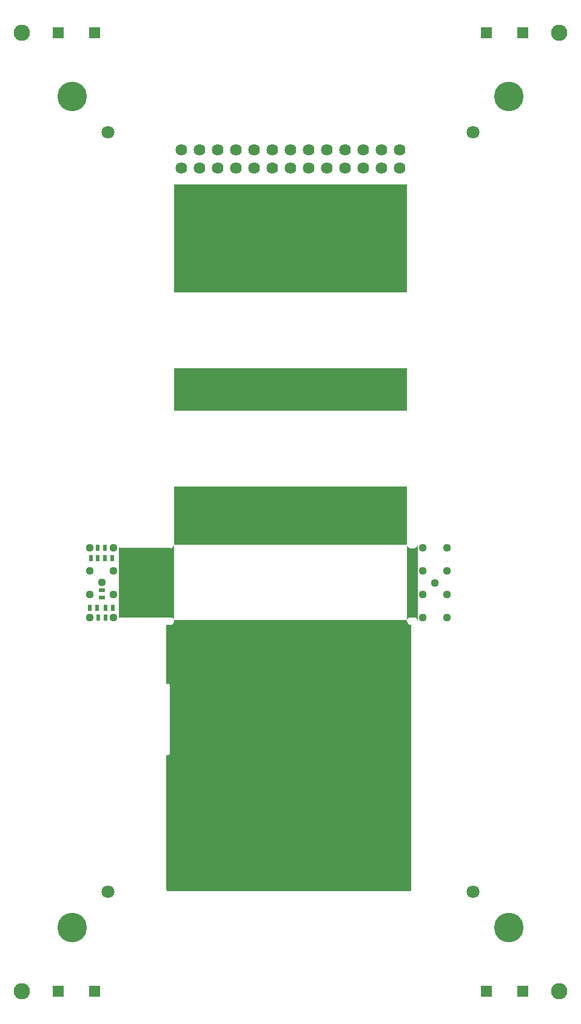
<source format=gbr>
G04 CAM350/DFMSTREAM V11.0 (Build 715) Date:  Fri Nov 02 14:57:20 2018 *
G04 Database: W:\PC Boards\VALTRONIC TECHNOLOGIES\VTC22567\CHECKPLOTS\MODIFIED.cam *
G04 Layer 18: MaskBot_DI *
%FSLAX25Y25*%
%MOIN*%
%SFA1.000B1.000*%

%MIA0B0*%
%IPPOS*%
%ADD11C,0.00098*%
%ADD12C,0.00001*%
%ADD13C,0.00010*%
%ADD14C,0.00197*%
%ADD15C,0.16200*%
%ADD19C,0.07087*%
%ADD70C,0.06400*%
%ADD71C,0.04394*%
%ADD40C,0.09000*%
%ADD41R,1.27953X0.59645*%
%ADD42R,1.27953X0.23646*%
%ADD43R,1.27953X0.32283*%
%ADD47R,0.02362X0.03346*%
%ADD50R,0.03346X0.02362*%
%ADD83R,0.06000X0.06000*%
%LNMaskBot_DI*%
%LPD*%
G36*
X215697Y298738D02*
G01X343650D01*
Y298739*
Y340077*
X343945Y339374*
X344339Y338882*
X344831Y338587*
X345327Y338400*
X347556*
X348178Y338489*
X348867Y338882*
X349359Y339473*
X349556Y340400*
X349555Y298400*
X349359Y299217*
X348965Y299807*
X348276Y300300*
X347556Y300400*
X345650*
X345028Y300300*
X344437Y300004*
X343945Y299414*
X343650Y298738*
Y298093*
X343630Y298073*
X343827Y297483*
X344221Y296892*
X344713Y296597*
X345304Y296400*
X346091*
Y151223*
X345993Y150731*
X345697Y150337*
X345304Y150042*
X344811Y149943*
X212429*
X211937Y150042*
X211544Y150337*
X211248Y150829*
X211150Y151223*
Y224686*
X212331*
X212626Y224746*
X212922Y224943*
X213020Y225140*
X213119Y225473*
Y263269*
X213020Y263624*
X212922Y263821*
X212626Y264018*
X212332Y264056*
X212331*
X211150*
Y296400*
X214103*
X214792Y296695*
X215284Y297089*
X215579Y297876*
X215697Y298738*
G37*
G36*
X185187Y299669D02*
G01Y339144D01*
X185481Y338587*
X185925Y338407*
X213690*
X213697Y338400*
X214020*
X214021*
X215008Y338882*
X215697Y340077*
Y298738*
X215107Y299807*
X214036Y300400*
X214035*
X185918*
X185481Y300201*
X185187Y299669*
G37*
G54D11*
X346150Y296400D03*
G54D14*
X213697Y338400D03*
G54D41*
X279674Y508482D03*
G54D42*
Y425522D03*
G54D43*
Y356219D03*
G54D47*
X169221Y305652D03*
X173158D03*
X173945Y300140D03*
X177882D03*
X181819Y305652D03*
X177882D03*
X173748Y338526D03*
X177685D03*
X169811Y333014D03*
X173748D03*
X181622D03*
X177685D03*
G54D50*
X175914Y315101D03*
Y311164D03*
G54D19*
X380067Y149512D03*
Y566835D03*
X179280D03*
Y149512D03*
G54D70*
X239697Y557304D03*
X229697D03*
X339697Y547304D03*
X329697Y557304D03*
X229697Y547304D03*
X289697D03*
X279697D03*
Y557304D03*
X299697Y547304D03*
X319697D03*
X329697D03*
X299697Y557304D03*
X309697Y547304D03*
Y557304D03*
X269697Y547304D03*
Y557304D03*
X259697Y547304D03*
X249697Y557304D03*
Y547304D03*
X259697Y557304D03*
X239697Y547304D03*
X289697Y557304D03*
X219697Y547304D03*
Y557304D03*
X339697D03*
X319697D03*
G54D15*
X399752Y129827D03*
Y586520D03*
X159595D03*
Y129827D03*
G54D71*
X169202Y325809D03*
Y338609D03*
X182402D03*
Y325809D03*
Y313009D03*
X169202D03*
Y300209D03*
X182402D03*
X352341Y313000D03*
Y325800D03*
X358941Y319400D03*
X365541Y325800D03*
Y313000D03*
Y338600D03*
X352341D03*
Y300200D03*
X365541D03*
X175800Y319407D03*
G54D40*
X427350Y94800D03*
X132050D03*
X427350Y621600D03*
X132050D03*
G54D83*
X407350Y94800D03*
X152050D03*
X407350Y621600D03*
X152050D03*
X172050Y94800D03*
Y621600D03*
X387350Y94800D03*
Y621600D03*
G54D12*
X211150Y264056D02*
G01Y296400D01*
Y264056D02*
G01Y296400D01*
X213697D02*
G01X211150D01*
G54D13*
X213697D02*
G01X211150D01*
M02*

</source>
